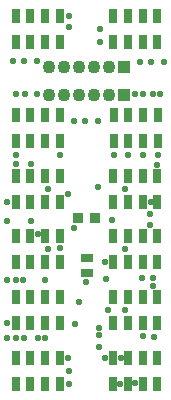
<source format=gts>
G04 Layer_Color=8388736*
%FSLAX44Y44*%
%MOMM*%
G71*
G01*
G75*
%ADD29R,0.6515X1.1516*%
%ADD30R,0.9017X0.9017*%
%ADD31R,1.0015X0.8016*%
%ADD32C,1.1016*%
%ADD33R,1.1016X1.1016*%
%ADD34C,0.5588*%
D29*
X129999Y60347D02*
D03*
X117499D02*
D03*
X92500D02*
D03*
X105000D02*
D03*
X92500Y82348D02*
D03*
X129999D02*
D03*
X117499D02*
D03*
X105000D02*
D03*
X129999Y9000D02*
D03*
X117499D02*
D03*
X92500D02*
D03*
X105000D02*
D03*
X92500Y31001D02*
D03*
X129999D02*
D03*
X117499D02*
D03*
X105000D02*
D03*
X35000Y163040D02*
D03*
X22501D02*
D03*
X10001D02*
D03*
X47499D02*
D03*
X35000Y185042D02*
D03*
X47499D02*
D03*
X22501D02*
D03*
X10001D02*
D03*
X35000Y111693D02*
D03*
X22501D02*
D03*
X10001D02*
D03*
X47499D02*
D03*
X35000Y133695D02*
D03*
X47499D02*
D03*
X22501D02*
D03*
X10001D02*
D03*
X35000Y214387D02*
D03*
X22501D02*
D03*
X10001D02*
D03*
X47499D02*
D03*
X35000Y236388D02*
D03*
X47499D02*
D03*
X22501D02*
D03*
X10001D02*
D03*
X35000Y297998D02*
D03*
X22501D02*
D03*
X10001D02*
D03*
X47499D02*
D03*
X35000Y320000D02*
D03*
X47499D02*
D03*
X22501D02*
D03*
X10001D02*
D03*
X129999Y163040D02*
D03*
X117499D02*
D03*
X92500D02*
D03*
X105000D02*
D03*
X92500Y185042D02*
D03*
X129999D02*
D03*
X117499D02*
D03*
X105000D02*
D03*
X10001Y31001D02*
D03*
X22501D02*
D03*
X47499D02*
D03*
X35000D02*
D03*
X47499Y9000D02*
D03*
X10001D02*
D03*
X22501D02*
D03*
X35000D02*
D03*
X10001Y82348D02*
D03*
X22501D02*
D03*
X47499D02*
D03*
X35000D02*
D03*
X47499Y60347D02*
D03*
X10001D02*
D03*
X22501D02*
D03*
X35000D02*
D03*
X129999Y297998D02*
D03*
X117499D02*
D03*
X92500D02*
D03*
X105000D02*
D03*
X92500Y320000D02*
D03*
X129999D02*
D03*
X117499D02*
D03*
X105000D02*
D03*
X130498Y214387D02*
D03*
X117999D02*
D03*
X93000D02*
D03*
X105499D02*
D03*
X93000Y236388D02*
D03*
X130498D02*
D03*
X117999D02*
D03*
X105499D02*
D03*
X129999Y111693D02*
D03*
X117499D02*
D03*
X92500D02*
D03*
X105000D02*
D03*
X92500Y133695D02*
D03*
X129999D02*
D03*
X117499D02*
D03*
X105000D02*
D03*
D30*
X62499Y149000D02*
D03*
X77501D02*
D03*
D31*
X70000Y115500D02*
D03*
Y102500D02*
D03*
D32*
X38250Y253539D02*
D03*
X50950D02*
D03*
X63650D02*
D03*
X76350D02*
D03*
X89050D02*
D03*
X88700Y277000D02*
D03*
X76000D02*
D03*
X63300D02*
D03*
X50600D02*
D03*
X37900D02*
D03*
D33*
X101750Y253539D02*
D03*
X101400Y277000D02*
D03*
D34*
X63250Y78000D02*
D03*
X54750Y30500D02*
D03*
X28000Y254000D02*
D03*
X18000D02*
D03*
X10000D02*
D03*
X55000Y20000D02*
D03*
X85754Y111756D02*
D03*
X47499Y203000D02*
D03*
X123750Y152500D02*
D03*
X124256Y163008D02*
D03*
X103005Y174009D02*
D03*
X92000Y147250D02*
D03*
X69500Y94750D02*
D03*
X59753Y141007D02*
D03*
X123750Y143500D02*
D03*
X129750Y194250D02*
D03*
X47500Y124250D02*
D03*
X54059Y169760D02*
D03*
X103005Y122756D02*
D03*
X60250Y59886D02*
D03*
X110755Y9251D02*
D03*
X3000Y163000D02*
D03*
X37000Y174000D02*
D03*
X3000Y60347D02*
D03*
X29000Y135300D02*
D03*
X23000Y147000D02*
D03*
X10000Y195000D02*
D03*
X37000Y123000D02*
D03*
X111000Y254000D02*
D03*
X132000D02*
D03*
X126000D02*
D03*
X118000D02*
D03*
X55000Y319999D02*
D03*
X105499Y203000D02*
D03*
X118000D02*
D03*
X130498D02*
D03*
X93000D02*
D03*
X79906Y175268D02*
D03*
X59000Y231000D02*
D03*
X79906D02*
D03*
X69000D02*
D03*
X10000Y48000D02*
D03*
X17000D02*
D03*
X29000D02*
D03*
X35000D02*
D03*
X3000D02*
D03*
X10000Y97000D02*
D03*
X16000D02*
D03*
X10000Y203000D02*
D03*
X28000Y282000D02*
D03*
X8000D02*
D03*
X81000Y309000D02*
D03*
Y298500D02*
D03*
X125000Y281500D02*
D03*
X135250D02*
D03*
X115500D02*
D03*
X23000Y195000D02*
D03*
X3000Y146750D02*
D03*
Y97000D02*
D03*
X35000Y96500D02*
D03*
X86250Y97500D02*
D03*
X98000Y9000D02*
D03*
X103005Y71253D02*
D03*
X88500Y71000D02*
D03*
X86000Y31000D02*
D03*
X80500Y40074D02*
D03*
X99060Y31000D02*
D03*
X80504Y56253D02*
D03*
Y50000D02*
D03*
X117500Y49000D02*
D03*
X55000Y9000D02*
D03*
X126188Y91409D02*
D03*
X126000Y98500D02*
D03*
X117250D02*
D03*
X55000Y310750D02*
D03*
X127250Y48250D02*
D03*
X17000Y282000D02*
D03*
M02*

</source>
